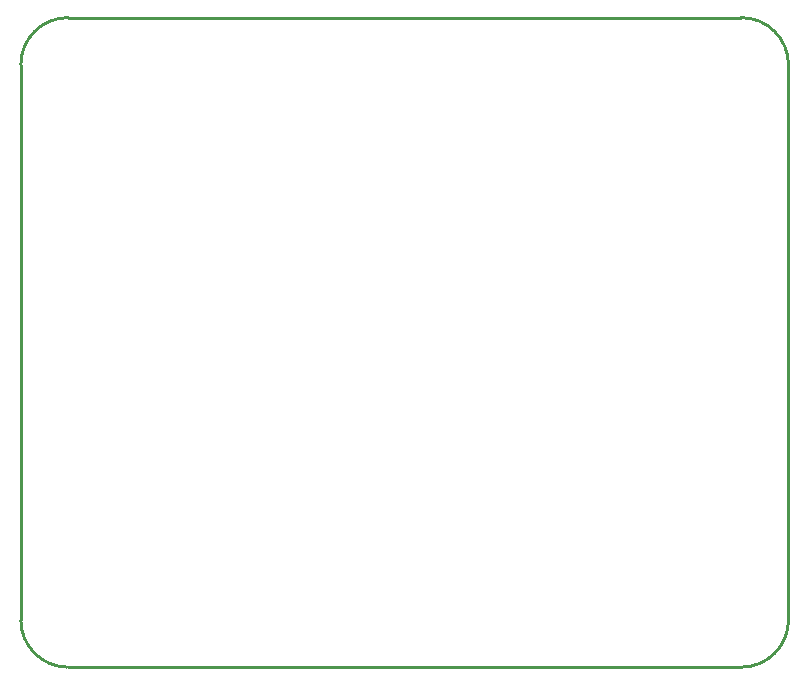
<source format=gm1>
G04*
G04 #@! TF.GenerationSoftware,Altium Limited,Altium Designer,24.4.1 (13)*
G04*
G04 Layer_Color=16711935*
%FSLAX44Y44*%
%MOMM*%
G71*
G04*
G04 #@! TF.SameCoordinates,2EB5ED4D-3302-4EB3-8F75-9365195E6A89*
G04*
G04*
G04 #@! TF.FilePolarity,Positive*
G04*
G01*
G75*
%ADD14C,0.2540*%
D14*
X610000Y0D02*
G03*
X650000Y40000I0J40000D01*
G01*
Y510000D02*
G03*
X610000Y550000I-40000J0D01*
G01*
X40000D02*
G03*
X0Y510000I0J-40000D01*
G01*
Y40000D02*
G03*
X40000Y0I40000J0D01*
G01*
Y550000D02*
X610000Y550000D01*
X-0Y40000D02*
X0Y510000D01*
X40000Y0D02*
X610000Y0D01*
X650000Y40000D02*
Y510000D01*
M02*

</source>
